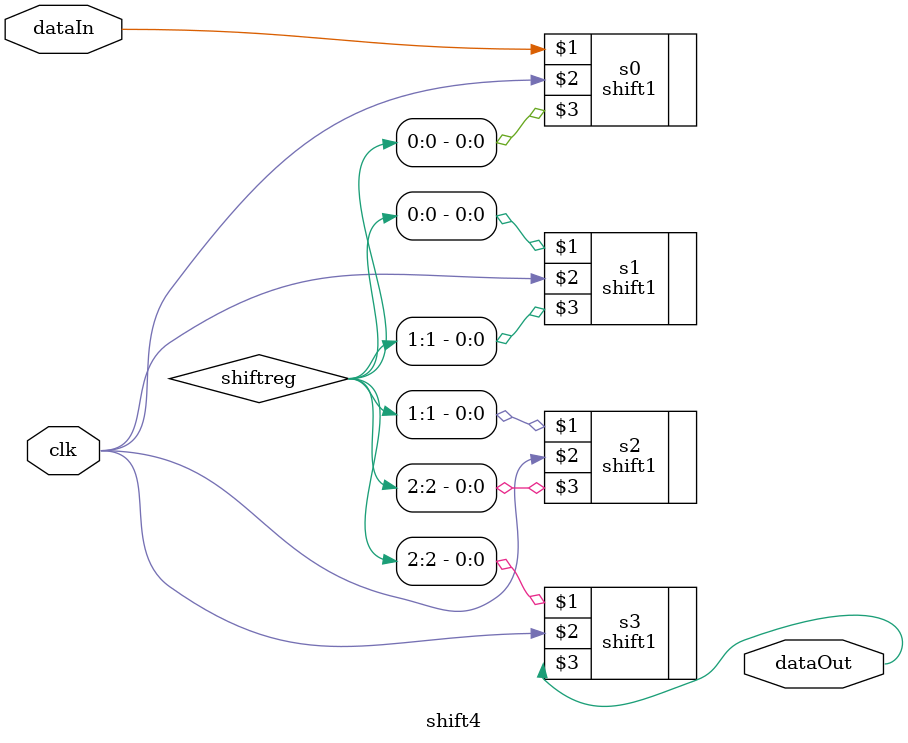
<source format=v>
module shift4(dataIn,clk,dataOut);
  output dataOut;
  input dataIn, clk;
  wire [2:0] shiftreg;
  
  shift1 s0 (dataIn     , clk, shiftreg[0]);
  shift1 s1 (shiftreg[0], clk, shiftreg[1]);
  shift1 s2 (shiftreg[1], clk, shiftreg[2]);
  shift1 s3 (shiftreg[2], clk,     dataOut);
endmodule

</source>
